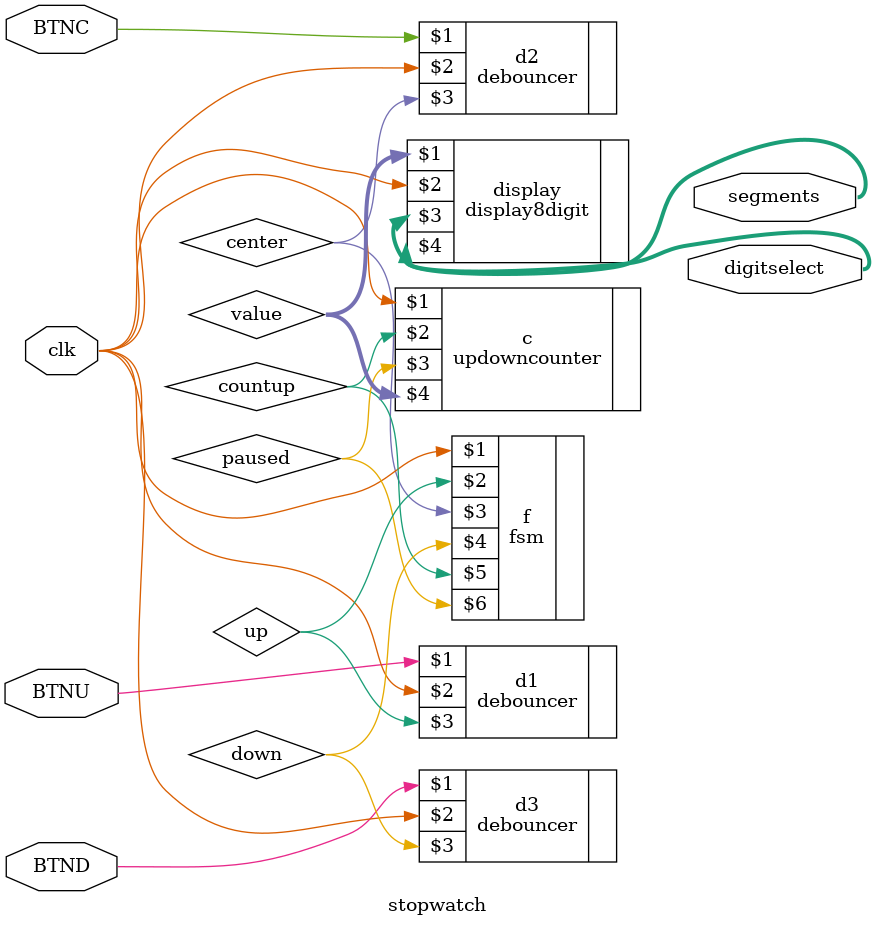
<source format=sv>
`timescale 1ns / 1ps
`default_nettype none

module stopwatch(
    input wire clk,
    input wire BTNU,
    input wire BTNC,
    input wire BTND,
    output wire [7:0] segments,
    output wire [7:0] digitselect
    );
        
    wire up, center, down;
    wire countup, paused;
    wire [31:0] value;
    
    debouncer #(20) d1(BTNU, clk, up);
    debouncer #(20) d2(BTNC, clk, center);
    debouncer #(20) d3(BTND, clk, down);
    
    fsm f(clk, up, center, down, countup, paused);
    
    updowncounter c(clk, countup, paused, value);
    
    display8digit display(value, clk, segments, digitselect);
    
    
endmodule

</source>
